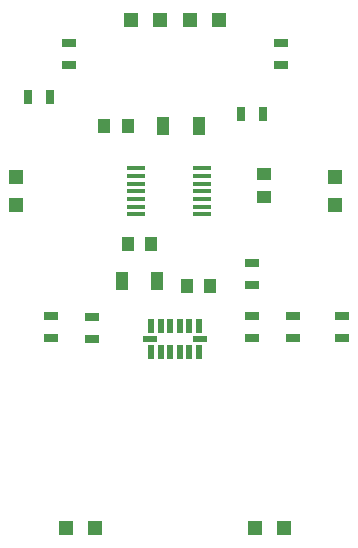
<source format=gts>
G04 #@! TF.FileFunction,Soldermask,Top*
%FSLAX46Y46*%
G04 Gerber Fmt 4.6, Leading zero omitted, Abs format (unit mm)*
G04 Created by KiCad (PCBNEW (2014-11-29 BZR 5307)-product) date 2/1/2015 9:55:14 PM*
%MOMM*%
G01*
G04 APERTURE LIST*
%ADD10C,0.150000*%
%ADD11R,1.600000X0.350000*%
%ADD12R,1.000000X1.250000*%
%ADD13R,1.000000X1.600000*%
%ADD14R,1.250000X1.000000*%
%ADD15R,1.200000X1.200000*%
%ADD16R,1.300000X0.700000*%
%ADD17R,0.700000X1.300000*%
%ADD18R,0.550000X1.145000*%
%ADD19R,1.145000X0.550000*%
G04 APERTURE END LIST*
D10*
D11*
X109200000Y-102550000D03*
X109200000Y-103200000D03*
X109200000Y-103850000D03*
X109200000Y-104500000D03*
X109200000Y-105150000D03*
X109200000Y-105800000D03*
X109200000Y-106450000D03*
X114800000Y-102550000D03*
X114800000Y-103200000D03*
X114800000Y-103850000D03*
X114800000Y-104500000D03*
X114800000Y-105150000D03*
X114800000Y-105800000D03*
X114800000Y-106450000D03*
D12*
X108500000Y-108950000D03*
X110500000Y-108950000D03*
X115500000Y-112500000D03*
X113500000Y-112500000D03*
D13*
X111500000Y-99000000D03*
X114500000Y-99000000D03*
X108000000Y-112075000D03*
X111000000Y-112075000D03*
D14*
X120000000Y-105000000D03*
X120000000Y-103000000D03*
D12*
X108500000Y-99000000D03*
X106500000Y-99000000D03*
D15*
X103300000Y-133000000D03*
X105700000Y-133000000D03*
X99000000Y-103300000D03*
X99000000Y-105700000D03*
X108800000Y-90000000D03*
X111200000Y-90000000D03*
X121700000Y-133000000D03*
X119300000Y-133000000D03*
X126000000Y-103300000D03*
X126000000Y-105700000D03*
X116200000Y-90000000D03*
X113800000Y-90000000D03*
D16*
X119000000Y-115050000D03*
X119000000Y-116950000D03*
X122500000Y-115050000D03*
X122500000Y-116950000D03*
X119000000Y-112450000D03*
X119000000Y-110550000D03*
X102010000Y-115050000D03*
X102010000Y-116950000D03*
D17*
X101950000Y-96500000D03*
X100050000Y-96500000D03*
D16*
X103500000Y-93850000D03*
X103500000Y-91950000D03*
X126600000Y-115050000D03*
X126600000Y-116950000D03*
D17*
X118050000Y-98000000D03*
X119950000Y-98000000D03*
D16*
X121500000Y-93850000D03*
X121500000Y-91950000D03*
X105480000Y-115110000D03*
X105480000Y-117010000D03*
D18*
X114500000Y-115902500D03*
X113700000Y-115902500D03*
X112900000Y-115902500D03*
X112100000Y-115902500D03*
X111300000Y-115902500D03*
X110500000Y-115902500D03*
X114500000Y-118097500D03*
X113700000Y-118097500D03*
X112900000Y-118097500D03*
X112100000Y-118097500D03*
X111300000Y-118097500D03*
X110500000Y-118097500D03*
D19*
X110400000Y-117000000D03*
X114600000Y-117000000D03*
M02*

</source>
